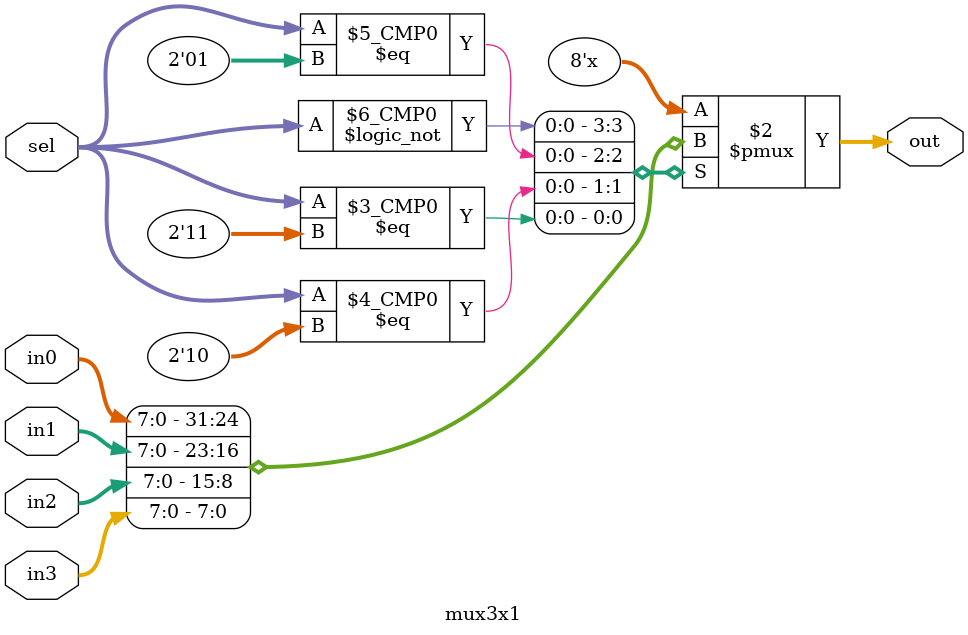
<source format=sv>
module mux3x1(
  input logic[7:0] in0, in1, in2, in3,
  input logic[1:0] sel, 
  output logic[7:0] out
); 
  always_comb begin
    case (sel)
      2'b00 : out = in0;
      2'b01 : out = in1;
      2'b10 : out = in2;
      2'b11 : out = in3;
    endcase
  end
endmodule
 
</source>
